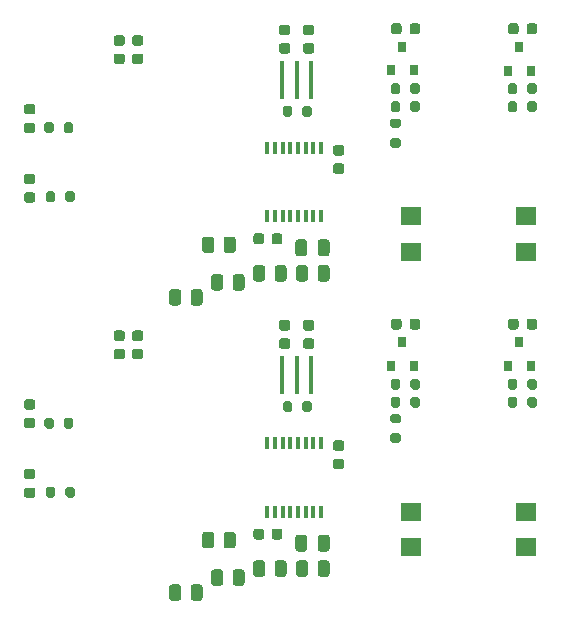
<source format=gbr>
%TF.GenerationSoftware,KiCad,Pcbnew,(5.1.10)-1*%
%TF.CreationDate,2022-01-17T18:44:23+07:00*%
%TF.ProjectId,Power_manager_v3_pnlz1x2,506f7765-725f-46d6-916e-616765725f76,rev?*%
%TF.SameCoordinates,Original*%
%TF.FileFunction,Paste,Bot*%
%TF.FilePolarity,Positive*%
%FSLAX46Y46*%
G04 Gerber Fmt 4.6, Leading zero omitted, Abs format (unit mm)*
G04 Created by KiCad (PCBNEW (5.1.10)-1) date 2022-01-17 18:44:23*
%MOMM*%
%LPD*%
G01*
G04 APERTURE LIST*
%ADD10R,0.800000X0.900000*%
%ADD11R,0.400000X1.000000*%
%ADD12R,0.400000X3.200000*%
%ADD13R,1.800000X1.500000*%
G04 APERTURE END LIST*
%TO.C,C14*%
G36*
G01*
X109529000Y-110527000D02*
X109529000Y-111027000D01*
G75*
G02*
X109304000Y-111252000I-225000J0D01*
G01*
X108854000Y-111252000D01*
G75*
G02*
X108629000Y-111027000I0J225000D01*
G01*
X108629000Y-110527000D01*
G75*
G02*
X108854000Y-110302000I225000J0D01*
G01*
X109304000Y-110302000D01*
G75*
G02*
X109529000Y-110527000I0J-225000D01*
G01*
G37*
G36*
G01*
X107979000Y-110527000D02*
X107979000Y-111027000D01*
G75*
G02*
X107754000Y-111252000I-225000J0D01*
G01*
X107304000Y-111252000D01*
G75*
G02*
X107079000Y-111027000I0J225000D01*
G01*
X107079000Y-110527000D01*
G75*
G02*
X107304000Y-110302000I225000J0D01*
G01*
X107754000Y-110302000D01*
G75*
G02*
X107979000Y-110527000I0J-225000D01*
G01*
G37*
%TD*%
%TO.C,C16*%
G36*
G01*
X114036000Y-102834000D02*
X114536000Y-102834000D01*
G75*
G02*
X114761000Y-103059000I0J-225000D01*
G01*
X114761000Y-103509000D01*
G75*
G02*
X114536000Y-103734000I-225000J0D01*
G01*
X114036000Y-103734000D01*
G75*
G02*
X113811000Y-103509000I0J225000D01*
G01*
X113811000Y-103059000D01*
G75*
G02*
X114036000Y-102834000I225000J0D01*
G01*
G37*
G36*
G01*
X114036000Y-104384000D02*
X114536000Y-104384000D01*
G75*
G02*
X114761000Y-104609000I0J-225000D01*
G01*
X114761000Y-105059000D01*
G75*
G02*
X114536000Y-105284000I-225000J0D01*
G01*
X114036000Y-105284000D01*
G75*
G02*
X113811000Y-105059000I0J225000D01*
G01*
X113811000Y-104609000D01*
G75*
G02*
X114036000Y-104384000I225000J0D01*
G01*
G37*
%TD*%
%TO.C,R14*%
G36*
G01*
X89503000Y-107496000D02*
X89503000Y-106946000D01*
G75*
G02*
X89703000Y-106746000I200000J0D01*
G01*
X90103000Y-106746000D01*
G75*
G02*
X90303000Y-106946000I0J-200000D01*
G01*
X90303000Y-107496000D01*
G75*
G02*
X90103000Y-107696000I-200000J0D01*
G01*
X89703000Y-107696000D01*
G75*
G02*
X89503000Y-107496000I0J200000D01*
G01*
G37*
G36*
G01*
X91153000Y-107496000D02*
X91153000Y-106946000D01*
G75*
G02*
X91353000Y-106746000I200000J0D01*
G01*
X91753000Y-106746000D01*
G75*
G02*
X91953000Y-106946000I0J-200000D01*
G01*
X91953000Y-107496000D01*
G75*
G02*
X91753000Y-107696000I-200000J0D01*
G01*
X91353000Y-107696000D01*
G75*
G02*
X91153000Y-107496000I0J200000D01*
G01*
G37*
%TD*%
D10*
%TO.C,Q2*%
X130542000Y-96553000D03*
X128642000Y-96553000D03*
X129592000Y-94553000D03*
%TD*%
%TO.C,R10*%
G36*
G01*
X131069000Y-97802000D02*
X131069000Y-98352000D01*
G75*
G02*
X130869000Y-98552000I-200000J0D01*
G01*
X130469000Y-98552000D01*
G75*
G02*
X130269000Y-98352000I0J200000D01*
G01*
X130269000Y-97802000D01*
G75*
G02*
X130469000Y-97602000I200000J0D01*
G01*
X130869000Y-97602000D01*
G75*
G02*
X131069000Y-97802000I0J-200000D01*
G01*
G37*
G36*
G01*
X129419000Y-97802000D02*
X129419000Y-98352000D01*
G75*
G02*
X129219000Y-98552000I-200000J0D01*
G01*
X128819000Y-98552000D01*
G75*
G02*
X128619000Y-98352000I0J200000D01*
G01*
X128619000Y-97802000D01*
G75*
G02*
X128819000Y-97602000I200000J0D01*
G01*
X129219000Y-97602000D01*
G75*
G02*
X129419000Y-97802000I0J-200000D01*
G01*
G37*
%TD*%
%TO.C,R4*%
G36*
G01*
X131069000Y-99326000D02*
X131069000Y-99876000D01*
G75*
G02*
X130869000Y-100076000I-200000J0D01*
G01*
X130469000Y-100076000D01*
G75*
G02*
X130269000Y-99876000I0J200000D01*
G01*
X130269000Y-99326000D01*
G75*
G02*
X130469000Y-99126000I200000J0D01*
G01*
X130869000Y-99126000D01*
G75*
G02*
X131069000Y-99326000I0J-200000D01*
G01*
G37*
G36*
G01*
X129419000Y-99326000D02*
X129419000Y-99876000D01*
G75*
G02*
X129219000Y-100076000I-200000J0D01*
G01*
X128819000Y-100076000D01*
G75*
G02*
X128619000Y-99876000I0J200000D01*
G01*
X128619000Y-99326000D01*
G75*
G02*
X128819000Y-99126000I200000J0D01*
G01*
X129219000Y-99126000D01*
G75*
G02*
X129419000Y-99326000I0J-200000D01*
G01*
G37*
%TD*%
%TO.C,C19*%
G36*
G01*
X109464000Y-92648000D02*
X109964000Y-92648000D01*
G75*
G02*
X110189000Y-92873000I0J-225000D01*
G01*
X110189000Y-93323000D01*
G75*
G02*
X109964000Y-93548000I-225000J0D01*
G01*
X109464000Y-93548000D01*
G75*
G02*
X109239000Y-93323000I0J225000D01*
G01*
X109239000Y-92873000D01*
G75*
G02*
X109464000Y-92648000I225000J0D01*
G01*
G37*
G36*
G01*
X109464000Y-94198000D02*
X109964000Y-94198000D01*
G75*
G02*
X110189000Y-94423000I0J-225000D01*
G01*
X110189000Y-94873000D01*
G75*
G02*
X109964000Y-95098000I-225000J0D01*
G01*
X109464000Y-95098000D01*
G75*
G02*
X109239000Y-94873000I0J225000D01*
G01*
X109239000Y-94423000D01*
G75*
G02*
X109464000Y-94198000I225000J0D01*
G01*
G37*
%TD*%
%TO.C,L1*%
G36*
G01*
X102724500Y-111735001D02*
X102724500Y-110834999D01*
G75*
G02*
X102974499Y-110585000I249999J0D01*
G01*
X103499501Y-110585000D01*
G75*
G02*
X103749500Y-110834999I0J-249999D01*
G01*
X103749500Y-111735001D01*
G75*
G02*
X103499501Y-111985000I-249999J0D01*
G01*
X102974499Y-111985000D01*
G75*
G02*
X102724500Y-111735001I0J249999D01*
G01*
G37*
G36*
G01*
X104549500Y-111735001D02*
X104549500Y-110834999D01*
G75*
G02*
X104799499Y-110585000I249999J0D01*
G01*
X105324501Y-110585000D01*
G75*
G02*
X105574500Y-110834999I0J-249999D01*
G01*
X105574500Y-111735001D01*
G75*
G02*
X105324501Y-111985000I-249999J0D01*
G01*
X104799499Y-111985000D01*
G75*
G02*
X104549500Y-111735001I0J249999D01*
G01*
G37*
%TD*%
%TO.C,R27*%
G36*
G01*
X118837000Y-100598000D02*
X119387000Y-100598000D01*
G75*
G02*
X119587000Y-100798000I0J-200000D01*
G01*
X119587000Y-101198000D01*
G75*
G02*
X119387000Y-101398000I-200000J0D01*
G01*
X118837000Y-101398000D01*
G75*
G02*
X118637000Y-101198000I0J200000D01*
G01*
X118637000Y-100798000D01*
G75*
G02*
X118837000Y-100598000I200000J0D01*
G01*
G37*
G36*
G01*
X118837000Y-102248000D02*
X119387000Y-102248000D01*
G75*
G02*
X119587000Y-102448000I0J-200000D01*
G01*
X119587000Y-102848000D01*
G75*
G02*
X119387000Y-103048000I-200000J0D01*
G01*
X118837000Y-103048000D01*
G75*
G02*
X118637000Y-102848000I0J200000D01*
G01*
X118637000Y-102448000D01*
G75*
G02*
X118837000Y-102248000I200000J0D01*
G01*
G37*
%TD*%
%TO.C,D5*%
G36*
G01*
X87867750Y-99366500D02*
X88380250Y-99366500D01*
G75*
G02*
X88599000Y-99585250I0J-218750D01*
G01*
X88599000Y-100022750D01*
G75*
G02*
X88380250Y-100241500I-218750J0D01*
G01*
X87867750Y-100241500D01*
G75*
G02*
X87649000Y-100022750I0J218750D01*
G01*
X87649000Y-99585250D01*
G75*
G02*
X87867750Y-99366500I218750J0D01*
G01*
G37*
G36*
G01*
X87867750Y-100941500D02*
X88380250Y-100941500D01*
G75*
G02*
X88599000Y-101160250I0J-218750D01*
G01*
X88599000Y-101597750D01*
G75*
G02*
X88380250Y-101816500I-218750J0D01*
G01*
X87867750Y-101816500D01*
G75*
G02*
X87649000Y-101597750I0J218750D01*
G01*
X87649000Y-101160250D01*
G75*
G02*
X87867750Y-100941500I218750J0D01*
G01*
G37*
%TD*%
%TO.C,R13*%
G36*
G01*
X89375000Y-101654000D02*
X89375000Y-101104000D01*
G75*
G02*
X89575000Y-100904000I200000J0D01*
G01*
X89975000Y-100904000D01*
G75*
G02*
X90175000Y-101104000I0J-200000D01*
G01*
X90175000Y-101654000D01*
G75*
G02*
X89975000Y-101854000I-200000J0D01*
G01*
X89575000Y-101854000D01*
G75*
G02*
X89375000Y-101654000I0J200000D01*
G01*
G37*
G36*
G01*
X91025000Y-101654000D02*
X91025000Y-101104000D01*
G75*
G02*
X91225000Y-100904000I200000J0D01*
G01*
X91625000Y-100904000D01*
G75*
G02*
X91825000Y-101104000I0J-200000D01*
G01*
X91825000Y-101654000D01*
G75*
G02*
X91625000Y-101854000I-200000J0D01*
G01*
X91225000Y-101854000D01*
G75*
G02*
X91025000Y-101654000I0J200000D01*
G01*
G37*
%TD*%
%TO.C,D1*%
G36*
G01*
X118738000Y-93253250D02*
X118738000Y-92740750D01*
G75*
G02*
X118956750Y-92522000I218750J0D01*
G01*
X119394250Y-92522000D01*
G75*
G02*
X119613000Y-92740750I0J-218750D01*
G01*
X119613000Y-93253250D01*
G75*
G02*
X119394250Y-93472000I-218750J0D01*
G01*
X118956750Y-93472000D01*
G75*
G02*
X118738000Y-93253250I0J218750D01*
G01*
G37*
G36*
G01*
X120313000Y-93253250D02*
X120313000Y-92740750D01*
G75*
G02*
X120531750Y-92522000I218750J0D01*
G01*
X120969250Y-92522000D01*
G75*
G02*
X121188000Y-92740750I0J-218750D01*
G01*
X121188000Y-93253250D01*
G75*
G02*
X120969250Y-93472000I-218750J0D01*
G01*
X120531750Y-93472000D01*
G75*
G02*
X120313000Y-93253250I0J218750D01*
G01*
G37*
%TD*%
%TO.C,D2*%
G36*
G01*
X128644000Y-93253250D02*
X128644000Y-92740750D01*
G75*
G02*
X128862750Y-92522000I218750J0D01*
G01*
X129300250Y-92522000D01*
G75*
G02*
X129519000Y-92740750I0J-218750D01*
G01*
X129519000Y-93253250D01*
G75*
G02*
X129300250Y-93472000I-218750J0D01*
G01*
X128862750Y-93472000D01*
G75*
G02*
X128644000Y-93253250I0J218750D01*
G01*
G37*
G36*
G01*
X130219000Y-93253250D02*
X130219000Y-92740750D01*
G75*
G02*
X130437750Y-92522000I218750J0D01*
G01*
X130875250Y-92522000D01*
G75*
G02*
X131094000Y-92740750I0J-218750D01*
G01*
X131094000Y-93253250D01*
G75*
G02*
X130875250Y-93472000I-218750J0D01*
G01*
X130437750Y-93472000D01*
G75*
G02*
X130219000Y-93253250I0J218750D01*
G01*
G37*
%TD*%
%TO.C,R12*%
G36*
G01*
X102780500Y-115279999D02*
X102780500Y-116180001D01*
G75*
G02*
X102530501Y-116430000I-249999J0D01*
G01*
X102005499Y-116430000D01*
G75*
G02*
X101755500Y-116180001I0J249999D01*
G01*
X101755500Y-115279999D01*
G75*
G02*
X102005499Y-115030000I249999J0D01*
G01*
X102530501Y-115030000D01*
G75*
G02*
X102780500Y-115279999I0J-249999D01*
G01*
G37*
G36*
G01*
X100955500Y-115279999D02*
X100955500Y-116180001D01*
G75*
G02*
X100705501Y-116430000I-249999J0D01*
G01*
X100180499Y-116430000D01*
G75*
G02*
X99930500Y-116180001I0J249999D01*
G01*
X99930500Y-115279999D01*
G75*
G02*
X100180499Y-115030000I249999J0D01*
G01*
X100705501Y-115030000D01*
G75*
G02*
X100955500Y-115279999I0J-249999D01*
G01*
G37*
%TD*%
%TO.C,R17*%
G36*
G01*
X109892500Y-113247999D02*
X109892500Y-114148001D01*
G75*
G02*
X109642501Y-114398000I-249999J0D01*
G01*
X109117499Y-114398000D01*
G75*
G02*
X108867500Y-114148001I0J249999D01*
G01*
X108867500Y-113247999D01*
G75*
G02*
X109117499Y-112998000I249999J0D01*
G01*
X109642501Y-112998000D01*
G75*
G02*
X109892500Y-113247999I0J-249999D01*
G01*
G37*
G36*
G01*
X108067500Y-113247999D02*
X108067500Y-114148001D01*
G75*
G02*
X107817501Y-114398000I-249999J0D01*
G01*
X107292499Y-114398000D01*
G75*
G02*
X107042500Y-114148001I0J249999D01*
G01*
X107042500Y-113247999D01*
G75*
G02*
X107292499Y-112998000I249999J0D01*
G01*
X107817501Y-112998000D01*
G75*
G02*
X108067500Y-113247999I0J-249999D01*
G01*
G37*
%TD*%
%TO.C,R22*%
G36*
G01*
X110678500Y-114148001D02*
X110678500Y-113247999D01*
G75*
G02*
X110928499Y-112998000I249999J0D01*
G01*
X111453501Y-112998000D01*
G75*
G02*
X111703500Y-113247999I0J-249999D01*
G01*
X111703500Y-114148001D01*
G75*
G02*
X111453501Y-114398000I-249999J0D01*
G01*
X110928499Y-114398000D01*
G75*
G02*
X110678500Y-114148001I0J249999D01*
G01*
G37*
G36*
G01*
X112503500Y-114148001D02*
X112503500Y-113247999D01*
G75*
G02*
X112753499Y-112998000I249999J0D01*
G01*
X113278501Y-112998000D01*
G75*
G02*
X113528500Y-113247999I0J-249999D01*
G01*
X113528500Y-114148001D01*
G75*
G02*
X113278501Y-114398000I-249999J0D01*
G01*
X112753499Y-114398000D01*
G75*
G02*
X112503500Y-114148001I0J249999D01*
G01*
G37*
%TD*%
%TO.C,R26*%
G36*
G01*
X112018000Y-99707000D02*
X112018000Y-100257000D01*
G75*
G02*
X111818000Y-100457000I-200000J0D01*
G01*
X111418000Y-100457000D01*
G75*
G02*
X111218000Y-100257000I0J200000D01*
G01*
X111218000Y-99707000D01*
G75*
G02*
X111418000Y-99507000I200000J0D01*
G01*
X111818000Y-99507000D01*
G75*
G02*
X112018000Y-99707000I0J-200000D01*
G01*
G37*
G36*
G01*
X110368000Y-99707000D02*
X110368000Y-100257000D01*
G75*
G02*
X110168000Y-100457000I-200000J0D01*
G01*
X109768000Y-100457000D01*
G75*
G02*
X109568000Y-100257000I0J200000D01*
G01*
X109568000Y-99707000D01*
G75*
G02*
X109768000Y-99507000I200000J0D01*
G01*
X110168000Y-99507000D01*
G75*
G02*
X110368000Y-99707000I0J-200000D01*
G01*
G37*
%TD*%
D11*
%TO.C,U6*%
X112807000Y-108872000D03*
X112157000Y-108872000D03*
X111507000Y-108872000D03*
X110857000Y-108872000D03*
X110207000Y-108872000D03*
X109557000Y-108872000D03*
X108907000Y-108872000D03*
X108257000Y-108872000D03*
X108257000Y-103072000D03*
X108907000Y-103072000D03*
X109557000Y-103072000D03*
X110207000Y-103072000D03*
X110857000Y-103072000D03*
X111507000Y-103072000D03*
X112157000Y-103072000D03*
X112807000Y-103072000D03*
%TD*%
D12*
%TO.C,Y2*%
X109530000Y-97315000D03*
X110730000Y-97315000D03*
X111930000Y-97315000D03*
%TD*%
%TO.C,C6*%
G36*
G01*
X97518000Y-95987000D02*
X97018000Y-95987000D01*
G75*
G02*
X96793000Y-95762000I0J225000D01*
G01*
X96793000Y-95312000D01*
G75*
G02*
X97018000Y-95087000I225000J0D01*
G01*
X97518000Y-95087000D01*
G75*
G02*
X97743000Y-95312000I0J-225000D01*
G01*
X97743000Y-95762000D01*
G75*
G02*
X97518000Y-95987000I-225000J0D01*
G01*
G37*
G36*
G01*
X97518000Y-94437000D02*
X97018000Y-94437000D01*
G75*
G02*
X96793000Y-94212000I0J225000D01*
G01*
X96793000Y-93762000D01*
G75*
G02*
X97018000Y-93537000I225000J0D01*
G01*
X97518000Y-93537000D01*
G75*
G02*
X97743000Y-93762000I0J-225000D01*
G01*
X97743000Y-94212000D01*
G75*
G02*
X97518000Y-94437000I-225000J0D01*
G01*
G37*
%TD*%
%TO.C,C8*%
G36*
G01*
X95968000Y-95987000D02*
X95468000Y-95987000D01*
G75*
G02*
X95243000Y-95762000I0J225000D01*
G01*
X95243000Y-95312000D01*
G75*
G02*
X95468000Y-95087000I225000J0D01*
G01*
X95968000Y-95087000D01*
G75*
G02*
X96193000Y-95312000I0J-225000D01*
G01*
X96193000Y-95762000D01*
G75*
G02*
X95968000Y-95987000I-225000J0D01*
G01*
G37*
G36*
G01*
X95968000Y-94437000D02*
X95468000Y-94437000D01*
G75*
G02*
X95243000Y-94212000I0J225000D01*
G01*
X95243000Y-93762000D01*
G75*
G02*
X95468000Y-93537000I225000J0D01*
G01*
X95968000Y-93537000D01*
G75*
G02*
X96193000Y-93762000I0J-225000D01*
G01*
X96193000Y-94212000D01*
G75*
G02*
X95968000Y-94437000I-225000J0D01*
G01*
G37*
%TD*%
%TO.C,C13*%
G36*
G01*
X113516000Y-111064000D02*
X113516000Y-112014000D01*
G75*
G02*
X113266000Y-112264000I-250000J0D01*
G01*
X112766000Y-112264000D01*
G75*
G02*
X112516000Y-112014000I0J250000D01*
G01*
X112516000Y-111064000D01*
G75*
G02*
X112766000Y-110814000I250000J0D01*
G01*
X113266000Y-110814000D01*
G75*
G02*
X113516000Y-111064000I0J-250000D01*
G01*
G37*
G36*
G01*
X111616000Y-111064000D02*
X111616000Y-112014000D01*
G75*
G02*
X111366000Y-112264000I-250000J0D01*
G01*
X110866000Y-112264000D01*
G75*
G02*
X110616000Y-112014000I0J250000D01*
G01*
X110616000Y-111064000D01*
G75*
G02*
X110866000Y-110814000I250000J0D01*
G01*
X111366000Y-110814000D01*
G75*
G02*
X111616000Y-111064000I0J-250000D01*
G01*
G37*
%TD*%
%TO.C,C18*%
G36*
G01*
X111496000Y-92648000D02*
X111996000Y-92648000D01*
G75*
G02*
X112221000Y-92873000I0J-225000D01*
G01*
X112221000Y-93323000D01*
G75*
G02*
X111996000Y-93548000I-225000J0D01*
G01*
X111496000Y-93548000D01*
G75*
G02*
X111271000Y-93323000I0J225000D01*
G01*
X111271000Y-92873000D01*
G75*
G02*
X111496000Y-92648000I225000J0D01*
G01*
G37*
G36*
G01*
X111496000Y-94198000D02*
X111996000Y-94198000D01*
G75*
G02*
X112221000Y-94423000I0J-225000D01*
G01*
X112221000Y-94873000D01*
G75*
G02*
X111996000Y-95098000I-225000J0D01*
G01*
X111496000Y-95098000D01*
G75*
G02*
X111271000Y-94873000I0J225000D01*
G01*
X111271000Y-94423000D01*
G75*
G02*
X111496000Y-94198000I225000J0D01*
G01*
G37*
%TD*%
D13*
%TO.C,R15*%
X120382000Y-111872000D03*
X120382000Y-108872000D03*
%TD*%
D10*
%TO.C,Q1*%
X120636000Y-96521000D03*
X118736000Y-96521000D03*
X119686000Y-94521000D03*
%TD*%
%TO.C,R3*%
G36*
G01*
X121163000Y-99326000D02*
X121163000Y-99876000D01*
G75*
G02*
X120963000Y-100076000I-200000J0D01*
G01*
X120563000Y-100076000D01*
G75*
G02*
X120363000Y-99876000I0J200000D01*
G01*
X120363000Y-99326000D01*
G75*
G02*
X120563000Y-99126000I200000J0D01*
G01*
X120963000Y-99126000D01*
G75*
G02*
X121163000Y-99326000I0J-200000D01*
G01*
G37*
G36*
G01*
X119513000Y-99326000D02*
X119513000Y-99876000D01*
G75*
G02*
X119313000Y-100076000I-200000J0D01*
G01*
X118913000Y-100076000D01*
G75*
G02*
X118713000Y-99876000I0J200000D01*
G01*
X118713000Y-99326000D01*
G75*
G02*
X118913000Y-99126000I200000J0D01*
G01*
X119313000Y-99126000D01*
G75*
G02*
X119513000Y-99326000I0J-200000D01*
G01*
G37*
%TD*%
%TO.C,R7*%
G36*
G01*
X121163000Y-97802000D02*
X121163000Y-98352000D01*
G75*
G02*
X120963000Y-98552000I-200000J0D01*
G01*
X120563000Y-98552000D01*
G75*
G02*
X120363000Y-98352000I0J200000D01*
G01*
X120363000Y-97802000D01*
G75*
G02*
X120563000Y-97602000I200000J0D01*
G01*
X120963000Y-97602000D01*
G75*
G02*
X121163000Y-97802000I0J-200000D01*
G01*
G37*
G36*
G01*
X119513000Y-97802000D02*
X119513000Y-98352000D01*
G75*
G02*
X119313000Y-98552000I-200000J0D01*
G01*
X118913000Y-98552000D01*
G75*
G02*
X118713000Y-98352000I0J200000D01*
G01*
X118713000Y-97802000D01*
G75*
G02*
X118913000Y-97602000I200000J0D01*
G01*
X119313000Y-97602000D01*
G75*
G02*
X119513000Y-97802000I0J-200000D01*
G01*
G37*
%TD*%
%TO.C,R11*%
G36*
G01*
X106336500Y-114009999D02*
X106336500Y-114910001D01*
G75*
G02*
X106086501Y-115160000I-249999J0D01*
G01*
X105561499Y-115160000D01*
G75*
G02*
X105311500Y-114910001I0J249999D01*
G01*
X105311500Y-114009999D01*
G75*
G02*
X105561499Y-113760000I249999J0D01*
G01*
X106086501Y-113760000D01*
G75*
G02*
X106336500Y-114009999I0J-249999D01*
G01*
G37*
G36*
G01*
X104511500Y-114009999D02*
X104511500Y-114910001D01*
G75*
G02*
X104261501Y-115160000I-249999J0D01*
G01*
X103736499Y-115160000D01*
G75*
G02*
X103486500Y-114910001I0J249999D01*
G01*
X103486500Y-114009999D01*
G75*
G02*
X103736499Y-113760000I249999J0D01*
G01*
X104261501Y-113760000D01*
G75*
G02*
X104511500Y-114009999I0J-249999D01*
G01*
G37*
%TD*%
%TO.C,D6*%
G36*
G01*
X87867750Y-105259500D02*
X88380250Y-105259500D01*
G75*
G02*
X88599000Y-105478250I0J-218750D01*
G01*
X88599000Y-105915750D01*
G75*
G02*
X88380250Y-106134500I-218750J0D01*
G01*
X87867750Y-106134500D01*
G75*
G02*
X87649000Y-105915750I0J218750D01*
G01*
X87649000Y-105478250D01*
G75*
G02*
X87867750Y-105259500I218750J0D01*
G01*
G37*
G36*
G01*
X87867750Y-106834500D02*
X88380250Y-106834500D01*
G75*
G02*
X88599000Y-107053250I0J-218750D01*
G01*
X88599000Y-107490750D01*
G75*
G02*
X88380250Y-107709500I-218750J0D01*
G01*
X87867750Y-107709500D01*
G75*
G02*
X87649000Y-107490750I0J218750D01*
G01*
X87649000Y-107053250D01*
G75*
G02*
X87867750Y-106834500I218750J0D01*
G01*
G37*
%TD*%
D13*
%TO.C,R16*%
X130161000Y-111872000D03*
X130161000Y-108872000D03*
%TD*%
%TO.C,R27*%
G36*
G01*
X118837000Y-77248000D02*
X119387000Y-77248000D01*
G75*
G02*
X119587000Y-77448000I0J-200000D01*
G01*
X119587000Y-77848000D01*
G75*
G02*
X119387000Y-78048000I-200000J0D01*
G01*
X118837000Y-78048000D01*
G75*
G02*
X118637000Y-77848000I0J200000D01*
G01*
X118637000Y-77448000D01*
G75*
G02*
X118837000Y-77248000I200000J0D01*
G01*
G37*
G36*
G01*
X118837000Y-75598000D02*
X119387000Y-75598000D01*
G75*
G02*
X119587000Y-75798000I0J-200000D01*
G01*
X119587000Y-76198000D01*
G75*
G02*
X119387000Y-76398000I-200000J0D01*
G01*
X118837000Y-76398000D01*
G75*
G02*
X118637000Y-76198000I0J200000D01*
G01*
X118637000Y-75798000D01*
G75*
G02*
X118837000Y-75598000I200000J0D01*
G01*
G37*
%TD*%
%TO.C,L1*%
G36*
G01*
X104549500Y-86735001D02*
X104549500Y-85834999D01*
G75*
G02*
X104799499Y-85585000I249999J0D01*
G01*
X105324501Y-85585000D01*
G75*
G02*
X105574500Y-85834999I0J-249999D01*
G01*
X105574500Y-86735001D01*
G75*
G02*
X105324501Y-86985000I-249999J0D01*
G01*
X104799499Y-86985000D01*
G75*
G02*
X104549500Y-86735001I0J249999D01*
G01*
G37*
G36*
G01*
X102724500Y-86735001D02*
X102724500Y-85834999D01*
G75*
G02*
X102974499Y-85585000I249999J0D01*
G01*
X103499501Y-85585000D01*
G75*
G02*
X103749500Y-85834999I0J-249999D01*
G01*
X103749500Y-86735001D01*
G75*
G02*
X103499501Y-86985000I-249999J0D01*
G01*
X102974499Y-86985000D01*
G75*
G02*
X102724500Y-86735001I0J249999D01*
G01*
G37*
%TD*%
%TO.C,C16*%
G36*
G01*
X114036000Y-79384000D02*
X114536000Y-79384000D01*
G75*
G02*
X114761000Y-79609000I0J-225000D01*
G01*
X114761000Y-80059000D01*
G75*
G02*
X114536000Y-80284000I-225000J0D01*
G01*
X114036000Y-80284000D01*
G75*
G02*
X113811000Y-80059000I0J225000D01*
G01*
X113811000Y-79609000D01*
G75*
G02*
X114036000Y-79384000I225000J0D01*
G01*
G37*
G36*
G01*
X114036000Y-77834000D02*
X114536000Y-77834000D01*
G75*
G02*
X114761000Y-78059000I0J-225000D01*
G01*
X114761000Y-78509000D01*
G75*
G02*
X114536000Y-78734000I-225000J0D01*
G01*
X114036000Y-78734000D01*
G75*
G02*
X113811000Y-78509000I0J225000D01*
G01*
X113811000Y-78059000D01*
G75*
G02*
X114036000Y-77834000I225000J0D01*
G01*
G37*
%TD*%
%TO.C,C14*%
G36*
G01*
X107979000Y-85527000D02*
X107979000Y-86027000D01*
G75*
G02*
X107754000Y-86252000I-225000J0D01*
G01*
X107304000Y-86252000D01*
G75*
G02*
X107079000Y-86027000I0J225000D01*
G01*
X107079000Y-85527000D01*
G75*
G02*
X107304000Y-85302000I225000J0D01*
G01*
X107754000Y-85302000D01*
G75*
G02*
X107979000Y-85527000I0J-225000D01*
G01*
G37*
G36*
G01*
X109529000Y-85527000D02*
X109529000Y-86027000D01*
G75*
G02*
X109304000Y-86252000I-225000J0D01*
G01*
X108854000Y-86252000D01*
G75*
G02*
X108629000Y-86027000I0J225000D01*
G01*
X108629000Y-85527000D01*
G75*
G02*
X108854000Y-85302000I225000J0D01*
G01*
X109304000Y-85302000D01*
G75*
G02*
X109529000Y-85527000I0J-225000D01*
G01*
G37*
%TD*%
D12*
%TO.C,Y2*%
X111930000Y-72315000D03*
X110730000Y-72315000D03*
X109530000Y-72315000D03*
%TD*%
D11*
%TO.C,U6*%
X112807000Y-78072000D03*
X112157000Y-78072000D03*
X111507000Y-78072000D03*
X110857000Y-78072000D03*
X110207000Y-78072000D03*
X109557000Y-78072000D03*
X108907000Y-78072000D03*
X108257000Y-78072000D03*
X108257000Y-83872000D03*
X108907000Y-83872000D03*
X109557000Y-83872000D03*
X110207000Y-83872000D03*
X110857000Y-83872000D03*
X111507000Y-83872000D03*
X112157000Y-83872000D03*
X112807000Y-83872000D03*
%TD*%
%TO.C,R26*%
G36*
G01*
X110368000Y-74707000D02*
X110368000Y-75257000D01*
G75*
G02*
X110168000Y-75457000I-200000J0D01*
G01*
X109768000Y-75457000D01*
G75*
G02*
X109568000Y-75257000I0J200000D01*
G01*
X109568000Y-74707000D01*
G75*
G02*
X109768000Y-74507000I200000J0D01*
G01*
X110168000Y-74507000D01*
G75*
G02*
X110368000Y-74707000I0J-200000D01*
G01*
G37*
G36*
G01*
X112018000Y-74707000D02*
X112018000Y-75257000D01*
G75*
G02*
X111818000Y-75457000I-200000J0D01*
G01*
X111418000Y-75457000D01*
G75*
G02*
X111218000Y-75257000I0J200000D01*
G01*
X111218000Y-74707000D01*
G75*
G02*
X111418000Y-74507000I200000J0D01*
G01*
X111818000Y-74507000D01*
G75*
G02*
X112018000Y-74707000I0J-200000D01*
G01*
G37*
%TD*%
%TO.C,R22*%
G36*
G01*
X112503500Y-89148001D02*
X112503500Y-88247999D01*
G75*
G02*
X112753499Y-87998000I249999J0D01*
G01*
X113278501Y-87998000D01*
G75*
G02*
X113528500Y-88247999I0J-249999D01*
G01*
X113528500Y-89148001D01*
G75*
G02*
X113278501Y-89398000I-249999J0D01*
G01*
X112753499Y-89398000D01*
G75*
G02*
X112503500Y-89148001I0J249999D01*
G01*
G37*
G36*
G01*
X110678500Y-89148001D02*
X110678500Y-88247999D01*
G75*
G02*
X110928499Y-87998000I249999J0D01*
G01*
X111453501Y-87998000D01*
G75*
G02*
X111703500Y-88247999I0J-249999D01*
G01*
X111703500Y-89148001D01*
G75*
G02*
X111453501Y-89398000I-249999J0D01*
G01*
X110928499Y-89398000D01*
G75*
G02*
X110678500Y-89148001I0J249999D01*
G01*
G37*
%TD*%
%TO.C,R17*%
G36*
G01*
X108067500Y-88247999D02*
X108067500Y-89148001D01*
G75*
G02*
X107817501Y-89398000I-249999J0D01*
G01*
X107292499Y-89398000D01*
G75*
G02*
X107042500Y-89148001I0J249999D01*
G01*
X107042500Y-88247999D01*
G75*
G02*
X107292499Y-87998000I249999J0D01*
G01*
X107817501Y-87998000D01*
G75*
G02*
X108067500Y-88247999I0J-249999D01*
G01*
G37*
G36*
G01*
X109892500Y-88247999D02*
X109892500Y-89148001D01*
G75*
G02*
X109642501Y-89398000I-249999J0D01*
G01*
X109117499Y-89398000D01*
G75*
G02*
X108867500Y-89148001I0J249999D01*
G01*
X108867500Y-88247999D01*
G75*
G02*
X109117499Y-87998000I249999J0D01*
G01*
X109642501Y-87998000D01*
G75*
G02*
X109892500Y-88247999I0J-249999D01*
G01*
G37*
%TD*%
%TO.C,R12*%
G36*
G01*
X100955500Y-90279999D02*
X100955500Y-91180001D01*
G75*
G02*
X100705501Y-91430000I-249999J0D01*
G01*
X100180499Y-91430000D01*
G75*
G02*
X99930500Y-91180001I0J249999D01*
G01*
X99930500Y-90279999D01*
G75*
G02*
X100180499Y-90030000I249999J0D01*
G01*
X100705501Y-90030000D01*
G75*
G02*
X100955500Y-90279999I0J-249999D01*
G01*
G37*
G36*
G01*
X102780500Y-90279999D02*
X102780500Y-91180001D01*
G75*
G02*
X102530501Y-91430000I-249999J0D01*
G01*
X102005499Y-91430000D01*
G75*
G02*
X101755500Y-91180001I0J249999D01*
G01*
X101755500Y-90279999D01*
G75*
G02*
X102005499Y-90030000I249999J0D01*
G01*
X102530501Y-90030000D01*
G75*
G02*
X102780500Y-90279999I0J-249999D01*
G01*
G37*
%TD*%
%TO.C,R11*%
G36*
G01*
X104511500Y-89009999D02*
X104511500Y-89910001D01*
G75*
G02*
X104261501Y-90160000I-249999J0D01*
G01*
X103736499Y-90160000D01*
G75*
G02*
X103486500Y-89910001I0J249999D01*
G01*
X103486500Y-89009999D01*
G75*
G02*
X103736499Y-88760000I249999J0D01*
G01*
X104261501Y-88760000D01*
G75*
G02*
X104511500Y-89009999I0J-249999D01*
G01*
G37*
G36*
G01*
X106336500Y-89009999D02*
X106336500Y-89910001D01*
G75*
G02*
X106086501Y-90160000I-249999J0D01*
G01*
X105561499Y-90160000D01*
G75*
G02*
X105311500Y-89910001I0J249999D01*
G01*
X105311500Y-89009999D01*
G75*
G02*
X105561499Y-88760000I249999J0D01*
G01*
X106086501Y-88760000D01*
G75*
G02*
X106336500Y-89009999I0J-249999D01*
G01*
G37*
%TD*%
%TO.C,R7*%
G36*
G01*
X119513000Y-72802000D02*
X119513000Y-73352000D01*
G75*
G02*
X119313000Y-73552000I-200000J0D01*
G01*
X118913000Y-73552000D01*
G75*
G02*
X118713000Y-73352000I0J200000D01*
G01*
X118713000Y-72802000D01*
G75*
G02*
X118913000Y-72602000I200000J0D01*
G01*
X119313000Y-72602000D01*
G75*
G02*
X119513000Y-72802000I0J-200000D01*
G01*
G37*
G36*
G01*
X121163000Y-72802000D02*
X121163000Y-73352000D01*
G75*
G02*
X120963000Y-73552000I-200000J0D01*
G01*
X120563000Y-73552000D01*
G75*
G02*
X120363000Y-73352000I0J200000D01*
G01*
X120363000Y-72802000D01*
G75*
G02*
X120563000Y-72602000I200000J0D01*
G01*
X120963000Y-72602000D01*
G75*
G02*
X121163000Y-72802000I0J-200000D01*
G01*
G37*
%TD*%
%TO.C,R3*%
G36*
G01*
X119513000Y-74326000D02*
X119513000Y-74876000D01*
G75*
G02*
X119313000Y-75076000I-200000J0D01*
G01*
X118913000Y-75076000D01*
G75*
G02*
X118713000Y-74876000I0J200000D01*
G01*
X118713000Y-74326000D01*
G75*
G02*
X118913000Y-74126000I200000J0D01*
G01*
X119313000Y-74126000D01*
G75*
G02*
X119513000Y-74326000I0J-200000D01*
G01*
G37*
G36*
G01*
X121163000Y-74326000D02*
X121163000Y-74876000D01*
G75*
G02*
X120963000Y-75076000I-200000J0D01*
G01*
X120563000Y-75076000D01*
G75*
G02*
X120363000Y-74876000I0J200000D01*
G01*
X120363000Y-74326000D01*
G75*
G02*
X120563000Y-74126000I200000J0D01*
G01*
X120963000Y-74126000D01*
G75*
G02*
X121163000Y-74326000I0J-200000D01*
G01*
G37*
%TD*%
D10*
%TO.C,Q1*%
X119686000Y-69521000D03*
X118736000Y-71521000D03*
X120636000Y-71521000D03*
%TD*%
%TO.C,C19*%
G36*
G01*
X109464000Y-69198000D02*
X109964000Y-69198000D01*
G75*
G02*
X110189000Y-69423000I0J-225000D01*
G01*
X110189000Y-69873000D01*
G75*
G02*
X109964000Y-70098000I-225000J0D01*
G01*
X109464000Y-70098000D01*
G75*
G02*
X109239000Y-69873000I0J225000D01*
G01*
X109239000Y-69423000D01*
G75*
G02*
X109464000Y-69198000I225000J0D01*
G01*
G37*
G36*
G01*
X109464000Y-67648000D02*
X109964000Y-67648000D01*
G75*
G02*
X110189000Y-67873000I0J-225000D01*
G01*
X110189000Y-68323000D01*
G75*
G02*
X109964000Y-68548000I-225000J0D01*
G01*
X109464000Y-68548000D01*
G75*
G02*
X109239000Y-68323000I0J225000D01*
G01*
X109239000Y-67873000D01*
G75*
G02*
X109464000Y-67648000I225000J0D01*
G01*
G37*
%TD*%
%TO.C,C18*%
G36*
G01*
X111496000Y-69198000D02*
X111996000Y-69198000D01*
G75*
G02*
X112221000Y-69423000I0J-225000D01*
G01*
X112221000Y-69873000D01*
G75*
G02*
X111996000Y-70098000I-225000J0D01*
G01*
X111496000Y-70098000D01*
G75*
G02*
X111271000Y-69873000I0J225000D01*
G01*
X111271000Y-69423000D01*
G75*
G02*
X111496000Y-69198000I225000J0D01*
G01*
G37*
G36*
G01*
X111496000Y-67648000D02*
X111996000Y-67648000D01*
G75*
G02*
X112221000Y-67873000I0J-225000D01*
G01*
X112221000Y-68323000D01*
G75*
G02*
X111996000Y-68548000I-225000J0D01*
G01*
X111496000Y-68548000D01*
G75*
G02*
X111271000Y-68323000I0J225000D01*
G01*
X111271000Y-67873000D01*
G75*
G02*
X111496000Y-67648000I225000J0D01*
G01*
G37*
%TD*%
%TO.C,C13*%
G36*
G01*
X111616000Y-86064000D02*
X111616000Y-87014000D01*
G75*
G02*
X111366000Y-87264000I-250000J0D01*
G01*
X110866000Y-87264000D01*
G75*
G02*
X110616000Y-87014000I0J250000D01*
G01*
X110616000Y-86064000D01*
G75*
G02*
X110866000Y-85814000I250000J0D01*
G01*
X111366000Y-85814000D01*
G75*
G02*
X111616000Y-86064000I0J-250000D01*
G01*
G37*
G36*
G01*
X113516000Y-86064000D02*
X113516000Y-87014000D01*
G75*
G02*
X113266000Y-87264000I-250000J0D01*
G01*
X112766000Y-87264000D01*
G75*
G02*
X112516000Y-87014000I0J250000D01*
G01*
X112516000Y-86064000D01*
G75*
G02*
X112766000Y-85814000I250000J0D01*
G01*
X113266000Y-85814000D01*
G75*
G02*
X113516000Y-86064000I0J-250000D01*
G01*
G37*
%TD*%
%TO.C,C8*%
G36*
G01*
X95968000Y-69437000D02*
X95468000Y-69437000D01*
G75*
G02*
X95243000Y-69212000I0J225000D01*
G01*
X95243000Y-68762000D01*
G75*
G02*
X95468000Y-68537000I225000J0D01*
G01*
X95968000Y-68537000D01*
G75*
G02*
X96193000Y-68762000I0J-225000D01*
G01*
X96193000Y-69212000D01*
G75*
G02*
X95968000Y-69437000I-225000J0D01*
G01*
G37*
G36*
G01*
X95968000Y-70987000D02*
X95468000Y-70987000D01*
G75*
G02*
X95243000Y-70762000I0J225000D01*
G01*
X95243000Y-70312000D01*
G75*
G02*
X95468000Y-70087000I225000J0D01*
G01*
X95968000Y-70087000D01*
G75*
G02*
X96193000Y-70312000I0J-225000D01*
G01*
X96193000Y-70762000D01*
G75*
G02*
X95968000Y-70987000I-225000J0D01*
G01*
G37*
%TD*%
%TO.C,C6*%
G36*
G01*
X97518000Y-69437000D02*
X97018000Y-69437000D01*
G75*
G02*
X96793000Y-69212000I0J225000D01*
G01*
X96793000Y-68762000D01*
G75*
G02*
X97018000Y-68537000I225000J0D01*
G01*
X97518000Y-68537000D01*
G75*
G02*
X97743000Y-68762000I0J-225000D01*
G01*
X97743000Y-69212000D01*
G75*
G02*
X97518000Y-69437000I-225000J0D01*
G01*
G37*
G36*
G01*
X97518000Y-70987000D02*
X97018000Y-70987000D01*
G75*
G02*
X96793000Y-70762000I0J225000D01*
G01*
X96793000Y-70312000D01*
G75*
G02*
X97018000Y-70087000I225000J0D01*
G01*
X97518000Y-70087000D01*
G75*
G02*
X97743000Y-70312000I0J-225000D01*
G01*
X97743000Y-70762000D01*
G75*
G02*
X97518000Y-70987000I-225000J0D01*
G01*
G37*
%TD*%
%TO.C,R4*%
G36*
G01*
X129419000Y-74326000D02*
X129419000Y-74876000D01*
G75*
G02*
X129219000Y-75076000I-200000J0D01*
G01*
X128819000Y-75076000D01*
G75*
G02*
X128619000Y-74876000I0J200000D01*
G01*
X128619000Y-74326000D01*
G75*
G02*
X128819000Y-74126000I200000J0D01*
G01*
X129219000Y-74126000D01*
G75*
G02*
X129419000Y-74326000I0J-200000D01*
G01*
G37*
G36*
G01*
X131069000Y-74326000D02*
X131069000Y-74876000D01*
G75*
G02*
X130869000Y-75076000I-200000J0D01*
G01*
X130469000Y-75076000D01*
G75*
G02*
X130269000Y-74876000I0J200000D01*
G01*
X130269000Y-74326000D01*
G75*
G02*
X130469000Y-74126000I200000J0D01*
G01*
X130869000Y-74126000D01*
G75*
G02*
X131069000Y-74326000I0J-200000D01*
G01*
G37*
%TD*%
%TO.C,R10*%
G36*
G01*
X129419000Y-72802000D02*
X129419000Y-73352000D01*
G75*
G02*
X129219000Y-73552000I-200000J0D01*
G01*
X128819000Y-73552000D01*
G75*
G02*
X128619000Y-73352000I0J200000D01*
G01*
X128619000Y-72802000D01*
G75*
G02*
X128819000Y-72602000I200000J0D01*
G01*
X129219000Y-72602000D01*
G75*
G02*
X129419000Y-72802000I0J-200000D01*
G01*
G37*
G36*
G01*
X131069000Y-72802000D02*
X131069000Y-73352000D01*
G75*
G02*
X130869000Y-73552000I-200000J0D01*
G01*
X130469000Y-73552000D01*
G75*
G02*
X130269000Y-73352000I0J200000D01*
G01*
X130269000Y-72802000D01*
G75*
G02*
X130469000Y-72602000I200000J0D01*
G01*
X130869000Y-72602000D01*
G75*
G02*
X131069000Y-72802000I0J-200000D01*
G01*
G37*
%TD*%
%TO.C,Q2*%
X129592000Y-69553000D03*
X128642000Y-71553000D03*
X130542000Y-71553000D03*
%TD*%
%TO.C,R14*%
G36*
G01*
X91153000Y-82496000D02*
X91153000Y-81946000D01*
G75*
G02*
X91353000Y-81746000I200000J0D01*
G01*
X91753000Y-81746000D01*
G75*
G02*
X91953000Y-81946000I0J-200000D01*
G01*
X91953000Y-82496000D01*
G75*
G02*
X91753000Y-82696000I-200000J0D01*
G01*
X91353000Y-82696000D01*
G75*
G02*
X91153000Y-82496000I0J200000D01*
G01*
G37*
G36*
G01*
X89503000Y-82496000D02*
X89503000Y-81946000D01*
G75*
G02*
X89703000Y-81746000I200000J0D01*
G01*
X90103000Y-81746000D01*
G75*
G02*
X90303000Y-81946000I0J-200000D01*
G01*
X90303000Y-82496000D01*
G75*
G02*
X90103000Y-82696000I-200000J0D01*
G01*
X89703000Y-82696000D01*
G75*
G02*
X89503000Y-82496000I0J200000D01*
G01*
G37*
%TD*%
%TO.C,D6*%
G36*
G01*
X87867750Y-81834500D02*
X88380250Y-81834500D01*
G75*
G02*
X88599000Y-82053250I0J-218750D01*
G01*
X88599000Y-82490750D01*
G75*
G02*
X88380250Y-82709500I-218750J0D01*
G01*
X87867750Y-82709500D01*
G75*
G02*
X87649000Y-82490750I0J218750D01*
G01*
X87649000Y-82053250D01*
G75*
G02*
X87867750Y-81834500I218750J0D01*
G01*
G37*
G36*
G01*
X87867750Y-80259500D02*
X88380250Y-80259500D01*
G75*
G02*
X88599000Y-80478250I0J-218750D01*
G01*
X88599000Y-80915750D01*
G75*
G02*
X88380250Y-81134500I-218750J0D01*
G01*
X87867750Y-81134500D01*
G75*
G02*
X87649000Y-80915750I0J218750D01*
G01*
X87649000Y-80478250D01*
G75*
G02*
X87867750Y-80259500I218750J0D01*
G01*
G37*
%TD*%
D13*
%TO.C,R16*%
X130161000Y-83872000D03*
X130161000Y-86872000D03*
%TD*%
%TO.C,R15*%
X120382000Y-83872000D03*
X120382000Y-86872000D03*
%TD*%
%TO.C,D2*%
G36*
G01*
X130219000Y-68253250D02*
X130219000Y-67740750D01*
G75*
G02*
X130437750Y-67522000I218750J0D01*
G01*
X130875250Y-67522000D01*
G75*
G02*
X131094000Y-67740750I0J-218750D01*
G01*
X131094000Y-68253250D01*
G75*
G02*
X130875250Y-68472000I-218750J0D01*
G01*
X130437750Y-68472000D01*
G75*
G02*
X130219000Y-68253250I0J218750D01*
G01*
G37*
G36*
G01*
X128644000Y-68253250D02*
X128644000Y-67740750D01*
G75*
G02*
X128862750Y-67522000I218750J0D01*
G01*
X129300250Y-67522000D01*
G75*
G02*
X129519000Y-67740750I0J-218750D01*
G01*
X129519000Y-68253250D01*
G75*
G02*
X129300250Y-68472000I-218750J0D01*
G01*
X128862750Y-68472000D01*
G75*
G02*
X128644000Y-68253250I0J218750D01*
G01*
G37*
%TD*%
%TO.C,D1*%
G36*
G01*
X120313000Y-68253250D02*
X120313000Y-67740750D01*
G75*
G02*
X120531750Y-67522000I218750J0D01*
G01*
X120969250Y-67522000D01*
G75*
G02*
X121188000Y-67740750I0J-218750D01*
G01*
X121188000Y-68253250D01*
G75*
G02*
X120969250Y-68472000I-218750J0D01*
G01*
X120531750Y-68472000D01*
G75*
G02*
X120313000Y-68253250I0J218750D01*
G01*
G37*
G36*
G01*
X118738000Y-68253250D02*
X118738000Y-67740750D01*
G75*
G02*
X118956750Y-67522000I218750J0D01*
G01*
X119394250Y-67522000D01*
G75*
G02*
X119613000Y-67740750I0J-218750D01*
G01*
X119613000Y-68253250D01*
G75*
G02*
X119394250Y-68472000I-218750J0D01*
G01*
X118956750Y-68472000D01*
G75*
G02*
X118738000Y-68253250I0J218750D01*
G01*
G37*
%TD*%
%TO.C,R13*%
G36*
G01*
X91025000Y-76654000D02*
X91025000Y-76104000D01*
G75*
G02*
X91225000Y-75904000I200000J0D01*
G01*
X91625000Y-75904000D01*
G75*
G02*
X91825000Y-76104000I0J-200000D01*
G01*
X91825000Y-76654000D01*
G75*
G02*
X91625000Y-76854000I-200000J0D01*
G01*
X91225000Y-76854000D01*
G75*
G02*
X91025000Y-76654000I0J200000D01*
G01*
G37*
G36*
G01*
X89375000Y-76654000D02*
X89375000Y-76104000D01*
G75*
G02*
X89575000Y-75904000I200000J0D01*
G01*
X89975000Y-75904000D01*
G75*
G02*
X90175000Y-76104000I0J-200000D01*
G01*
X90175000Y-76654000D01*
G75*
G02*
X89975000Y-76854000I-200000J0D01*
G01*
X89575000Y-76854000D01*
G75*
G02*
X89375000Y-76654000I0J200000D01*
G01*
G37*
%TD*%
%TO.C,D5*%
G36*
G01*
X87867750Y-75941500D02*
X88380250Y-75941500D01*
G75*
G02*
X88599000Y-76160250I0J-218750D01*
G01*
X88599000Y-76597750D01*
G75*
G02*
X88380250Y-76816500I-218750J0D01*
G01*
X87867750Y-76816500D01*
G75*
G02*
X87649000Y-76597750I0J218750D01*
G01*
X87649000Y-76160250D01*
G75*
G02*
X87867750Y-75941500I218750J0D01*
G01*
G37*
G36*
G01*
X87867750Y-74366500D02*
X88380250Y-74366500D01*
G75*
G02*
X88599000Y-74585250I0J-218750D01*
G01*
X88599000Y-75022750D01*
G75*
G02*
X88380250Y-75241500I-218750J0D01*
G01*
X87867750Y-75241500D01*
G75*
G02*
X87649000Y-75022750I0J218750D01*
G01*
X87649000Y-74585250D01*
G75*
G02*
X87867750Y-74366500I218750J0D01*
G01*
G37*
%TD*%
M02*

</source>
